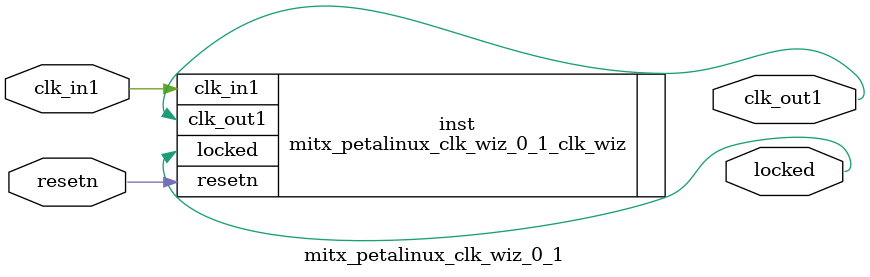
<source format=v>


`timescale 1ps/1ps

(* CORE_GENERATION_INFO = "mitx_petalinux_clk_wiz_0_1,clk_wiz_v5_3_1,{component_name=mitx_petalinux_clk_wiz_0_1,use_phase_alignment=true,use_min_o_jitter=false,use_max_i_jitter=false,use_dyn_phase_shift=false,use_inclk_switchover=false,use_dyn_reconfig=false,enable_axi=0,feedback_source=FDBK_AUTO,PRIMITIVE=MMCM,num_out_clk=1,clkin1_period=10.0,clkin2_period=10.0,use_power_down=false,use_reset=true,use_locked=true,use_inclk_stopped=false,feedback_type=SINGLE,CLOCK_MGR_TYPE=NA,manual_override=false}" *)

module mitx_petalinux_clk_wiz_0_1 
 (
 // Clock in ports
  input         clk_in1,
  // Clock out ports
  output        clk_out1,
  // Status and control signals
  input         resetn,
  output        locked
 );

  mitx_petalinux_clk_wiz_0_1_clk_wiz inst
  (
 // Clock in ports
  .clk_in1(clk_in1),
  // Clock out ports  
  .clk_out1(clk_out1),
  // Status and control signals               
  .resetn(resetn), 
  .locked(locked)            
  );

endmodule

</source>
